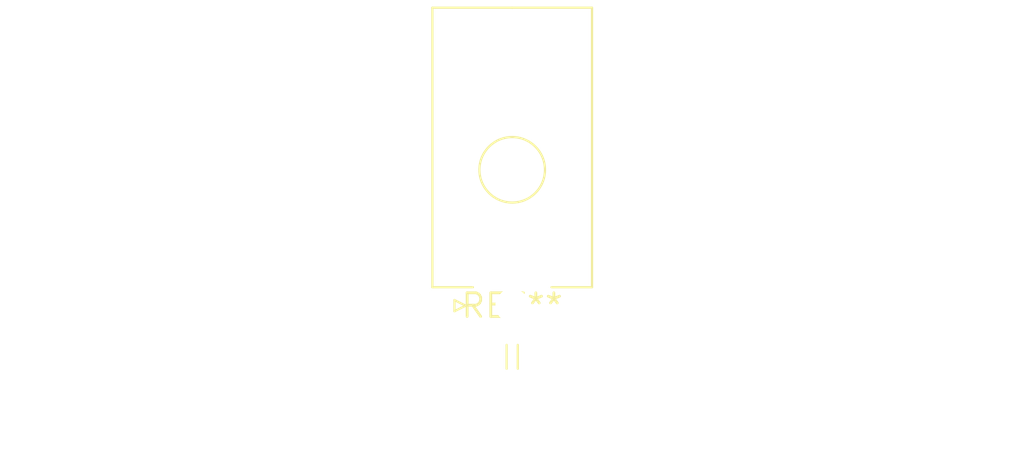
<source format=kicad_pcb>
(kicad_pcb (version 20240108) (generator pcbnew)
  (layers (0 "F.Cu" signal) (31 "B.Cu" signal) (34 "B.Paste" user) (35 "F.Paste" user) (36 "B.SilkS" user "B.Silkscreen") (37 "F.SilkS" user "F.Silkscreen") (38 "B.Mask" user) (39 "F.Mask" user) (44 "Edge.Cuts" user))
  (net 0 "")
  (footprint "Molex_Mega-Fit_76825-0002_2x01_P5.70mm_Horizontal" (layer "F.Cu") (at 0 0)
    (property "Reference" "REF**")
    (property "Value" "Molex_Mega-Fit_76825-0002_2x01_P5.70mm_Horizontal")
    (fp_line (start -4.285 -16.01) (end -4.285 -0.99) (layer "F.SilkS") (stroke (width 0.12)))
    (fp_line (start -4.285 -0.99) (end -2.11 -0.99) (layer "F.SilkS") (stroke (width 0.12)))
    (fp_line (start -3.1 -0.3) (end -2.5 0) (layer "F.SilkS") (stroke (width 0.12)))
    (fp_line (start -3.1 0.3) (end -3.1 -0.3) (layer "F.SilkS") (stroke (width 0.12)))
    (fp_line (start -2.5 0) (end -3.1 0.3) (layer "F.SilkS") (stroke (width 0.12)))
    (fp_line (start -0.3 2.11) (end -0.3 3.39) (layer "F.SilkS") (stroke (width 0.12)))
    (fp_line (start 0 -16.01) (end -4.285 -16.01) (layer "F.SilkS") (stroke (width 0.12)))
    (fp_line (start 0 -16.01) (end 4.285 -16.01) (layer "F.SilkS") (stroke (width 0.12)))
    (fp_line (start 0.3 2.11) (end 0.3 3.39) (layer "F.SilkS") (stroke (width 0.12)))
    (fp_line (start 4.285 -16.01) (end 4.285 -0.99) (layer "F.SilkS") (stroke (width 0.12)))
    (fp_line (start 4.285 -0.99) (end 2.11 -0.99) (layer "F.SilkS") (stroke (width 0.12)))
    (fp_circle (center 0 -7.3) (end 1.76 -7.3) (layer "F.SilkS") (stroke (width 0.12)) (fill none))
    (pad "" np_thru_hole circle (at 0 -7.3) (size 3 3) (drill 3) (layers *.Cu *.Mask))
    (pad "1" thru_hole roundrect (at 0 0) (size 3.7 3.7) (drill 1.8) (layers *.Cu *.Mask) (remove_unused_layers) (roundrect_rratio 0.067568))
    (pad "2" thru_hole circle (at 0 5.5) (size 3.7 3.7) (drill 1.8) (layers *.Cu *.Mask) (remove_unused_layers))
  )
)
</source>
